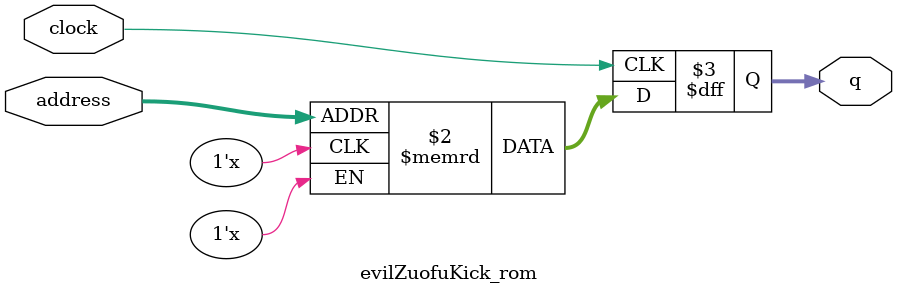
<source format=sv>
module evilZuofuKick_rom (
	input logic clock,
	input logic [10:0] address,
	output logic [2:0] q
);

logic [2:0] memory [0:1763] /* synthesis ram_init_file = "./evilZuofuKick/evilZuofuKick.COE" */;

always_ff @ (posedge clock) begin
	q <= memory[address];
end

endmodule

</source>
